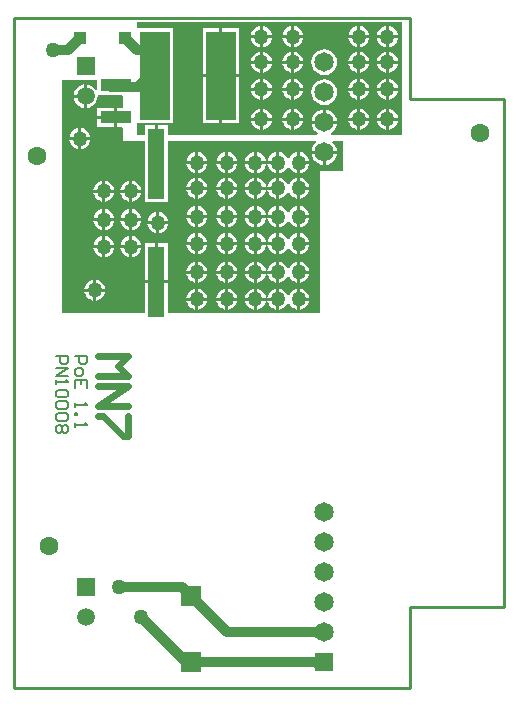
<source format=gtl>
%FSLAX44Y44*%
%MOMM*%
G71*
G01*
G75*
G04 Layer_Physical_Order=1*
G04 Layer_Color=255*
%ADD10C,0.8500*%
%ADD11R,1.0000X1.0000*%
%ADD12C,1.6000*%
%ADD13R,1.4000X6.0000*%
%ADD14R,2.6000X1.1000*%
%ADD15R,2.5000X7.5000*%
%ADD16R,1.8000X1.7000*%
%ADD17C,0.6000*%
%ADD18C,0.2000*%
%ADD19C,0.2540*%
%ADD20C,1.6500*%
%ADD21R,1.6500X1.6500*%
%ADD22C,1.5000*%
%ADD23R,1.5000X1.5000*%
%ADD24C,1.2700*%
G36*
X328931Y469021D02*
X328034Y468122D01*
X268846D01*
X268332Y469365D01*
X270585Y471095D01*
X272315Y473349D01*
X273402Y475973D01*
X273606Y477520D01*
X252174D01*
X252378Y475973D01*
X253465Y473349D01*
X255194Y471095D01*
X257448Y469365D01*
X256934Y468122D01*
X130190D01*
Y476240D01*
X121920D01*
Y443700D01*
X119380D01*
Y476240D01*
X111110D01*
Y468122D01*
X104140D01*
Y478120D01*
X104340D01*
Y478120D01*
X134420D01*
Y558200D01*
X104340D01*
D01*
X104340D01*
X104140Y558400D01*
Y563626D01*
X328678D01*
X328931Y469021D01*
D02*
G37*
G36*
X70820Y505973D02*
X69574Y505725D01*
X69480Y505953D01*
X67871Y508051D01*
X65773Y509660D01*
X63331Y510672D01*
X61980Y510849D01*
Y500890D01*
Y490931D01*
X63331Y491108D01*
X65773Y492120D01*
X67871Y493729D01*
X69480Y495827D01*
X70492Y498269D01*
X70837Y500890D01*
X70812Y501075D01*
X71650Y502030D01*
X81953D01*
X82550Y501951D01*
X91499D01*
X92395Y501051D01*
X92346Y491110D01*
X87630D01*
Y483070D01*
Y475030D01*
X91367D01*
X92263Y474130D01*
X92208Y463042D01*
X111110D01*
Y411160D01*
X130190D01*
Y463042D01*
X255769D01*
X256177Y461839D01*
X255194Y461086D01*
X253465Y458831D01*
X252378Y456207D01*
X252174Y454660D01*
X273606D01*
X273402Y456207D01*
X272315Y458831D01*
X270585Y461086D01*
X269603Y461839D01*
X270011Y463042D01*
X278638D01*
Y437388D01*
X258826D01*
Y317500D01*
X130190D01*
Y342430D01*
X111110D01*
Y317500D01*
X41148D01*
Y514858D01*
X70820D01*
Y505973D01*
D02*
G37*
%LPC*%
G36*
X163739Y397510D02*
X156210D01*
Y389981D01*
X157261Y390119D01*
X159423Y391015D01*
X161280Y392440D01*
X162705Y394297D01*
X163601Y396459D01*
X163739Y397510D01*
D02*
G37*
G36*
X179070D02*
X171541D01*
X171679Y396459D01*
X172575Y394297D01*
X174000Y392440D01*
X175857Y391015D01*
X178019Y390119D01*
X179070Y389981D01*
Y397510D01*
D02*
G37*
G36*
X97790Y394970D02*
X90260D01*
X90399Y393919D01*
X91295Y391757D01*
X92720Y389900D01*
X94577Y388475D01*
X96739Y387579D01*
X97790Y387440D01*
Y394970D01*
D02*
G37*
G36*
X107859D02*
X100330D01*
Y387440D01*
X101381Y387579D01*
X103543Y388475D01*
X105400Y389900D01*
X106825Y391757D01*
X107721Y393919D01*
X107859Y394970D01*
D02*
G37*
G36*
X153670Y397510D02*
X146140D01*
X146279Y396459D01*
X147175Y394297D01*
X148600Y392440D01*
X150457Y391015D01*
X152619Y390119D01*
X153670Y389981D01*
Y397510D01*
D02*
G37*
G36*
X189139D02*
X181610D01*
Y389981D01*
X182661Y390119D01*
X184823Y391015D01*
X186680Y392440D01*
X188105Y394297D01*
X189001Y396459D01*
X189139Y397510D01*
D02*
G37*
G36*
X250100D02*
X242570D01*
Y389981D01*
X243621Y390119D01*
X245783Y391015D01*
X247640Y392440D01*
X249065Y394297D01*
X249961Y396459D01*
X250100Y397510D01*
D02*
G37*
G36*
X120650Y402500D02*
X119599Y402361D01*
X117437Y401465D01*
X115580Y400040D01*
X114155Y398183D01*
X113259Y396021D01*
X113120Y394970D01*
X120650D01*
Y402500D01*
D02*
G37*
G36*
X123190D02*
Y394970D01*
X130719D01*
X130581Y396021D01*
X129685Y398183D01*
X128260Y400040D01*
X126403Y401465D01*
X124241Y402361D01*
X123190Y402500D01*
D02*
G37*
G36*
X203200Y397510D02*
X195671D01*
X195809Y396459D01*
X196705Y394297D01*
X198130Y392440D01*
X199987Y391015D01*
X202149Y390119D01*
X203200Y389981D01*
Y397510D01*
D02*
G37*
G36*
X213270D02*
X205740D01*
Y389981D01*
X206791Y390119D01*
X208953Y391015D01*
X210810Y392440D01*
X212235Y394297D01*
X213131Y396459D01*
X213270Y397510D01*
D02*
G37*
G36*
X222250D02*
X214720D01*
X214859Y396459D01*
X215755Y394297D01*
X217180Y392440D01*
X219037Y391015D01*
X221199Y390119D01*
X222250Y389981D01*
Y397510D01*
D02*
G37*
G36*
X85000Y394970D02*
X77470D01*
Y387440D01*
X78521Y387579D01*
X80683Y388475D01*
X82540Y389900D01*
X83965Y391757D01*
X84861Y393919D01*
X85000Y394970D01*
D02*
G37*
G36*
X179070Y384720D02*
X178019Y384581D01*
X175857Y383685D01*
X174000Y382260D01*
X172575Y380403D01*
X171679Y378241D01*
X171541Y377190D01*
X179070D01*
Y384720D01*
D02*
G37*
G36*
X181610D02*
Y377190D01*
X189139D01*
X189001Y378241D01*
X188105Y380403D01*
X186680Y382260D01*
X184823Y383685D01*
X182661Y384581D01*
X181610Y384720D01*
D02*
G37*
G36*
X203200D02*
X202149Y384581D01*
X199987Y383685D01*
X198130Y382260D01*
X196705Y380403D01*
X195809Y378241D01*
X195671Y377190D01*
X203200D01*
Y384720D01*
D02*
G37*
G36*
X100330Y382179D02*
Y374650D01*
X107859D01*
X107721Y375701D01*
X106825Y377863D01*
X105400Y379720D01*
X103543Y381145D01*
X101381Y382041D01*
X100330Y382179D01*
D02*
G37*
G36*
X153670Y384720D02*
X152619Y384581D01*
X150457Y383685D01*
X148600Y382260D01*
X147175Y380403D01*
X146279Y378241D01*
X146140Y377190D01*
X153670D01*
Y384720D01*
D02*
G37*
G36*
X156210D02*
Y377190D01*
X163739D01*
X163601Y378241D01*
X162705Y380403D01*
X161280Y382260D01*
X159423Y383685D01*
X157261Y384581D01*
X156210Y384720D01*
D02*
G37*
G36*
X205740D02*
Y377190D01*
X213270D01*
X213131Y378241D01*
X212235Y380403D01*
X210810Y382260D01*
X208953Y383685D01*
X206791Y384581D01*
X205740Y384720D01*
D02*
G37*
G36*
X120650Y392430D02*
X113120D01*
X113259Y391379D01*
X114155Y389217D01*
X115580Y387360D01*
X117437Y385935D01*
X119599Y385039D01*
X120650Y384901D01*
Y392430D01*
D02*
G37*
G36*
X130719D02*
X123190D01*
Y384901D01*
X124241Y385039D01*
X126403Y385935D01*
X128260Y387360D01*
X129685Y389217D01*
X130581Y391379D01*
X130719Y392430D01*
D02*
G37*
G36*
X74930Y394970D02*
X67400D01*
X67539Y393919D01*
X68435Y391757D01*
X69860Y389900D01*
X71717Y388475D01*
X73879Y387579D01*
X74930Y387440D01*
Y394970D01*
D02*
G37*
G36*
X222250Y384720D02*
X221199Y384581D01*
X219037Y383685D01*
X217180Y382260D01*
X215755Y380403D01*
X214859Y378241D01*
X214720Y377190D01*
X222250D01*
Y384720D01*
D02*
G37*
G36*
X242570D02*
Y377190D01*
X250100D01*
X249961Y378241D01*
X249065Y380403D01*
X247640Y382260D01*
X245783Y383685D01*
X243621Y384581D01*
X242570Y384720D01*
D02*
G37*
G36*
X240030D02*
X238979Y384581D01*
X236817Y383685D01*
X234960Y382260D01*
X233535Y380403D01*
X233045Y379221D01*
X231775D01*
X231285Y380403D01*
X229860Y382260D01*
X228003Y383685D01*
X225841Y384581D01*
X224790Y384720D01*
Y375920D01*
Y367121D01*
X225841Y367259D01*
X228003Y368155D01*
X229860Y369580D01*
X231285Y371437D01*
X231775Y372619D01*
X233045D01*
X233535Y371437D01*
X234960Y369580D01*
X236817Y368155D01*
X238979Y367259D01*
X240030Y367121D01*
Y375920D01*
Y384720D01*
D02*
G37*
G36*
X163739Y421640D02*
X156210D01*
Y414110D01*
X157261Y414249D01*
X159423Y415145D01*
X161280Y416570D01*
X162705Y418427D01*
X163601Y420589D01*
X163739Y421640D01*
D02*
G37*
G36*
X179070D02*
X171541D01*
X171679Y420589D01*
X172575Y418427D01*
X174000Y416570D01*
X175857Y415145D01*
X178019Y414249D01*
X179070Y414110D01*
Y421640D01*
D02*
G37*
G36*
X189139D02*
X181610D01*
Y414110D01*
X182661Y414249D01*
X184823Y415145D01*
X186680Y416570D01*
X188105Y418427D01*
X189001Y420589D01*
X189139Y421640D01*
D02*
G37*
G36*
X153670D02*
X146140D01*
X146279Y420589D01*
X147175Y418427D01*
X148600Y416570D01*
X150457Y415145D01*
X152619Y414249D01*
X153670Y414110D01*
Y421640D01*
D02*
G37*
G36*
X85000Y419100D02*
X77470D01*
Y411571D01*
X78521Y411709D01*
X80683Y412605D01*
X82540Y414030D01*
X83965Y415887D01*
X84861Y418049D01*
X85000Y419100D01*
D02*
G37*
G36*
X97790D02*
X90260D01*
X90399Y418049D01*
X91295Y415887D01*
X92720Y414030D01*
X94577Y412605D01*
X96739Y411709D01*
X97790Y411571D01*
Y419100D01*
D02*
G37*
G36*
X107859D02*
X100330D01*
Y411571D01*
X101381Y411709D01*
X103543Y412605D01*
X105400Y414030D01*
X106825Y415887D01*
X107721Y418049D01*
X107859Y419100D01*
D02*
G37*
G36*
X74930Y429170D02*
X73879Y429031D01*
X71717Y428135D01*
X69860Y426710D01*
X68435Y424853D01*
X67539Y422691D01*
X67400Y421640D01*
X74930D01*
Y429170D01*
D02*
G37*
G36*
X77470D02*
Y421640D01*
X85000D01*
X84861Y422691D01*
X83965Y424853D01*
X82540Y426710D01*
X80683Y428135D01*
X78521Y429031D01*
X77470Y429170D01*
D02*
G37*
G36*
X97790D02*
X96739Y429031D01*
X94577Y428135D01*
X92720Y426710D01*
X91295Y424853D01*
X90399Y422691D01*
X90260Y421640D01*
X97790D01*
Y429170D01*
D02*
G37*
G36*
X250100Y421640D02*
X242570D01*
Y414110D01*
X243621Y414249D01*
X245783Y415145D01*
X247640Y416570D01*
X249065Y418427D01*
X249961Y420589D01*
X250100Y421640D01*
D02*
G37*
G36*
X203200D02*
X195671D01*
X195809Y420589D01*
X196705Y418427D01*
X198130Y416570D01*
X199987Y415145D01*
X202149Y414249D01*
X203200Y414110D01*
Y421640D01*
D02*
G37*
G36*
X213270D02*
X205740D01*
Y414110D01*
X206791Y414249D01*
X208953Y415145D01*
X210810Y416570D01*
X212235Y418427D01*
X213131Y420589D01*
X213270Y421640D01*
D02*
G37*
G36*
X222250D02*
X214720D01*
X214859Y420589D01*
X215755Y418427D01*
X217180Y416570D01*
X219037Y415145D01*
X221199Y414249D01*
X222250Y414110D01*
Y421640D01*
D02*
G37*
G36*
X153670Y407579D02*
X152619Y407441D01*
X150457Y406545D01*
X148600Y405120D01*
X147175Y403263D01*
X146279Y401101D01*
X146140Y400050D01*
X153670D01*
Y407579D01*
D02*
G37*
G36*
X156210D02*
Y400050D01*
X163739D01*
X163601Y401101D01*
X162705Y403263D01*
X161280Y405120D01*
X159423Y406545D01*
X157261Y407441D01*
X156210Y407579D01*
D02*
G37*
G36*
X179070D02*
X178019Y407441D01*
X175857Y406545D01*
X174000Y405120D01*
X172575Y403263D01*
X171679Y401101D01*
X171541Y400050D01*
X179070D01*
Y407579D01*
D02*
G37*
G36*
X100330Y405039D02*
Y397510D01*
X107859D01*
X107721Y398561D01*
X106825Y400723D01*
X105400Y402580D01*
X103543Y404005D01*
X101381Y404901D01*
X100330Y405039D01*
D02*
G37*
G36*
X74930D02*
X73879Y404901D01*
X71717Y404005D01*
X69860Y402580D01*
X68435Y400723D01*
X67539Y398561D01*
X67400Y397510D01*
X74930D01*
Y405039D01*
D02*
G37*
G36*
X77470D02*
Y397510D01*
X85000D01*
X84861Y398561D01*
X83965Y400723D01*
X82540Y402580D01*
X80683Y404005D01*
X78521Y404901D01*
X77470Y405039D01*
D02*
G37*
G36*
X97790D02*
X96739Y404901D01*
X94577Y404005D01*
X92720Y402580D01*
X91295Y400723D01*
X90399Y398561D01*
X90260Y397510D01*
X97790D01*
Y405039D01*
D02*
G37*
G36*
X242570Y407579D02*
Y400050D01*
X250100D01*
X249961Y401101D01*
X249065Y403263D01*
X247640Y405120D01*
X245783Y406545D01*
X243621Y407441D01*
X242570Y407579D01*
D02*
G37*
G36*
X240030D02*
X238979Y407441D01*
X236817Y406545D01*
X234960Y405120D01*
X233535Y403263D01*
X233045Y402081D01*
X231775D01*
X231285Y403263D01*
X229860Y405120D01*
X228003Y406545D01*
X225841Y407441D01*
X224790Y407579D01*
Y398780D01*
Y389981D01*
X225841Y390119D01*
X228003Y391015D01*
X229860Y392440D01*
X231285Y394297D01*
X231775Y395479D01*
X233045D01*
X233535Y394297D01*
X234960Y392440D01*
X236817Y391015D01*
X238979Y390119D01*
X240030Y389981D01*
Y398780D01*
Y407579D01*
D02*
G37*
G36*
X74930Y419100D02*
X67400D01*
X67539Y418049D01*
X68435Y415887D01*
X69860Y414030D01*
X71717Y412605D01*
X73879Y411709D01*
X74930Y411571D01*
Y419100D01*
D02*
G37*
G36*
X222250Y407579D02*
X221199Y407441D01*
X219037Y406545D01*
X217180Y405120D01*
X215755Y403263D01*
X214859Y401101D01*
X214720Y400050D01*
X222250D01*
Y407579D01*
D02*
G37*
G36*
X181610D02*
Y400050D01*
X189139D01*
X189001Y401101D01*
X188105Y403263D01*
X186680Y405120D01*
X184823Y406545D01*
X182661Y407441D01*
X181610Y407579D01*
D02*
G37*
G36*
X203200D02*
X202149Y407441D01*
X199987Y406545D01*
X198130Y405120D01*
X196705Y403263D01*
X195809Y401101D01*
X195671Y400050D01*
X203200D01*
Y407579D01*
D02*
G37*
G36*
X205740D02*
Y400050D01*
X213270D01*
X213131Y401101D01*
X212235Y403263D01*
X210810Y405120D01*
X208953Y406545D01*
X206791Y407441D01*
X205740Y407579D01*
D02*
G37*
G36*
X242570Y337729D02*
Y330200D01*
X250100D01*
X249961Y331251D01*
X249065Y333413D01*
X247640Y335270D01*
X245783Y336695D01*
X243621Y337591D01*
X242570Y337729D01*
D02*
G37*
G36*
X240030D02*
X238979Y337591D01*
X236817Y336695D01*
X234960Y335270D01*
X233535Y333413D01*
X233045Y332231D01*
X231775D01*
X231285Y333413D01*
X229860Y335270D01*
X228003Y336695D01*
X225841Y337591D01*
X224790Y337729D01*
Y328930D01*
Y320131D01*
X225841Y320269D01*
X228003Y321165D01*
X229860Y322590D01*
X231285Y324447D01*
X231775Y325629D01*
X233045D01*
X233535Y324447D01*
X234960Y322590D01*
X236817Y321165D01*
X238979Y320269D01*
X240030Y320131D01*
Y328930D01*
Y337729D01*
D02*
G37*
G36*
X67310Y345350D02*
X66259Y345211D01*
X64097Y344315D01*
X62240Y342890D01*
X60815Y341033D01*
X59919Y338871D01*
X59781Y337820D01*
X67310D01*
Y345350D01*
D02*
G37*
G36*
X203200Y337729D02*
X202149Y337591D01*
X199987Y336695D01*
X198130Y335270D01*
X196705Y333413D01*
X195809Y331251D01*
X195671Y330200D01*
X203200D01*
Y337729D01*
D02*
G37*
G36*
X205740D02*
Y330200D01*
X213270D01*
X213131Y331251D01*
X212235Y333413D01*
X210810Y335270D01*
X208953Y336695D01*
X206791Y337591D01*
X205740Y337729D01*
D02*
G37*
G36*
X222250D02*
X221199Y337591D01*
X219037Y336695D01*
X217180Y335270D01*
X215755Y333413D01*
X214859Y331251D01*
X214720Y330200D01*
X222250D01*
Y337729D01*
D02*
G37*
G36*
X69850Y345350D02*
Y337820D01*
X77379D01*
X77241Y338871D01*
X76345Y341033D01*
X74920Y342890D01*
X73063Y344315D01*
X70901Y345211D01*
X69850Y345350D01*
D02*
G37*
G36*
X189139Y350520D02*
X181610D01*
Y342990D01*
X182661Y343129D01*
X184823Y344025D01*
X186680Y345450D01*
X188105Y347307D01*
X189001Y349469D01*
X189139Y350520D01*
D02*
G37*
G36*
X203200D02*
X195671D01*
X195809Y349469D01*
X196705Y347307D01*
X198130Y345450D01*
X199987Y344025D01*
X202149Y343129D01*
X203200Y342990D01*
Y350520D01*
D02*
G37*
G36*
X213270D02*
X205740D01*
Y342990D01*
X206791Y343129D01*
X208953Y344025D01*
X210810Y345450D01*
X212235Y347307D01*
X213131Y349469D01*
X213270Y350520D01*
D02*
G37*
G36*
X153670D02*
X146140D01*
X146279Y349469D01*
X147175Y347307D01*
X148600Y345450D01*
X150457Y344025D01*
X152619Y343129D01*
X153670Y342990D01*
Y350520D01*
D02*
G37*
G36*
X163739D02*
X156210D01*
Y342990D01*
X157261Y343129D01*
X159423Y344025D01*
X161280Y345450D01*
X162705Y347307D01*
X163601Y349469D01*
X163739Y350520D01*
D02*
G37*
G36*
X179070D02*
X171541D01*
X171679Y349469D01*
X172575Y347307D01*
X174000Y345450D01*
X175857Y344025D01*
X178019Y343129D01*
X179070Y342990D01*
Y350520D01*
D02*
G37*
G36*
X181610Y337729D02*
Y330200D01*
X189139D01*
X189001Y331251D01*
X188105Y333413D01*
X186680Y335270D01*
X184823Y336695D01*
X182661Y337591D01*
X181610Y337729D01*
D02*
G37*
G36*
X189139Y327660D02*
X181610D01*
Y320131D01*
X182661Y320269D01*
X184823Y321165D01*
X186680Y322590D01*
X188105Y324447D01*
X189001Y326609D01*
X189139Y327660D01*
D02*
G37*
G36*
X203200D02*
X195671D01*
X195809Y326609D01*
X196705Y324447D01*
X198130Y322590D01*
X199987Y321165D01*
X202149Y320269D01*
X203200Y320131D01*
Y327660D01*
D02*
G37*
G36*
X213270D02*
X205740D01*
Y320131D01*
X206791Y320269D01*
X208953Y321165D01*
X210810Y322590D01*
X212235Y324447D01*
X213131Y326609D01*
X213270Y327660D01*
D02*
G37*
G36*
X153670D02*
X146140D01*
X146279Y326609D01*
X147175Y324447D01*
X148600Y322590D01*
X150457Y321165D01*
X152619Y320269D01*
X153670Y320131D01*
Y327660D01*
D02*
G37*
G36*
X163739D02*
X156210D01*
Y320131D01*
X157261Y320269D01*
X159423Y321165D01*
X161280Y322590D01*
X162705Y324447D01*
X163601Y326609D01*
X163739Y327660D01*
D02*
G37*
G36*
X179070D02*
X171541D01*
X171679Y326609D01*
X172575Y324447D01*
X174000Y322590D01*
X175857Y321165D01*
X178019Y320269D01*
X179070Y320131D01*
Y327660D01*
D02*
G37*
G36*
X222250D02*
X214720D01*
X214859Y326609D01*
X215755Y324447D01*
X217180Y322590D01*
X219037Y321165D01*
X221199Y320269D01*
X222250Y320131D01*
Y327660D01*
D02*
G37*
G36*
X153670Y337729D02*
X152619Y337591D01*
X150457Y336695D01*
X148600Y335270D01*
X147175Y333413D01*
X146279Y331251D01*
X146140Y330200D01*
X153670D01*
Y337729D01*
D02*
G37*
G36*
X156210D02*
Y330200D01*
X163739D01*
X163601Y331251D01*
X162705Y333413D01*
X161280Y335270D01*
X159423Y336695D01*
X157261Y337591D01*
X156210Y337729D01*
D02*
G37*
G36*
X179070D02*
X178019Y337591D01*
X175857Y336695D01*
X174000Y335270D01*
X172575Y333413D01*
X171679Y331251D01*
X171541Y330200D01*
X179070D01*
Y337729D01*
D02*
G37*
G36*
X250100Y327660D02*
X242570D01*
Y320131D01*
X243621Y320269D01*
X245783Y321165D01*
X247640Y322590D01*
X249065Y324447D01*
X249961Y326609D01*
X250100Y327660D01*
D02*
G37*
G36*
X67310Y335280D02*
X59781D01*
X59919Y334229D01*
X60815Y332067D01*
X62240Y330210D01*
X64097Y328785D01*
X66259Y327889D01*
X67310Y327751D01*
Y335280D01*
D02*
G37*
G36*
X77379D02*
X69850D01*
Y327751D01*
X70901Y327889D01*
X73063Y328785D01*
X74920Y330210D01*
X76345Y332067D01*
X77241Y334229D01*
X77379Y335280D01*
D02*
G37*
G36*
X222250Y350520D02*
X214720D01*
X214859Y349469D01*
X215755Y347307D01*
X217180Y345450D01*
X219037Y344025D01*
X221199Y343129D01*
X222250Y342990D01*
Y350520D01*
D02*
G37*
G36*
X163739Y374650D02*
X156210D01*
Y367121D01*
X157261Y367259D01*
X159423Y368155D01*
X161280Y369580D01*
X162705Y371437D01*
X163601Y373599D01*
X163739Y374650D01*
D02*
G37*
G36*
X179070D02*
X171541D01*
X171679Y373599D01*
X172575Y371437D01*
X174000Y369580D01*
X175857Y368155D01*
X178019Y367259D01*
X179070Y367121D01*
Y374650D01*
D02*
G37*
G36*
X189139D02*
X181610D01*
Y367121D01*
X182661Y367259D01*
X184823Y368155D01*
X186680Y369580D01*
X188105Y371437D01*
X189001Y373599D01*
X189139Y374650D01*
D02*
G37*
G36*
X97790Y372110D02*
X90260D01*
X90399Y371059D01*
X91295Y368897D01*
X92720Y367040D01*
X94577Y365615D01*
X96739Y364719D01*
X97790Y364580D01*
Y372110D01*
D02*
G37*
G36*
X107859D02*
X100330D01*
Y364580D01*
X101381Y364719D01*
X103543Y365615D01*
X105400Y367040D01*
X106825Y368897D01*
X107721Y371059D01*
X107859Y372110D01*
D02*
G37*
G36*
X153670Y374650D02*
X146140D01*
X146279Y373599D01*
X147175Y371437D01*
X148600Y369580D01*
X150457Y368155D01*
X152619Y367259D01*
X153670Y367121D01*
Y374650D01*
D02*
G37*
G36*
X203200D02*
X195671D01*
X195809Y373599D01*
X196705Y371437D01*
X198130Y369580D01*
X199987Y368155D01*
X202149Y367259D01*
X203200Y367121D01*
Y374650D01*
D02*
G37*
G36*
X74930Y382179D02*
X73879Y382041D01*
X71717Y381145D01*
X69860Y379720D01*
X68435Y377863D01*
X67539Y375701D01*
X67400Y374650D01*
X74930D01*
Y382179D01*
D02*
G37*
G36*
X77470D02*
Y374650D01*
X85000D01*
X84861Y375701D01*
X83965Y377863D01*
X82540Y379720D01*
X80683Y381145D01*
X78521Y382041D01*
X77470Y382179D01*
D02*
G37*
G36*
X97790D02*
X96739Y382041D01*
X94577Y381145D01*
X92720Y379720D01*
X91295Y377863D01*
X90399Y375701D01*
X90260Y374650D01*
X97790D01*
Y382179D01*
D02*
G37*
G36*
X213270Y374650D02*
X205740D01*
Y367121D01*
X206791Y367259D01*
X208953Y368155D01*
X210810Y369580D01*
X212235Y371437D01*
X213131Y373599D01*
X213270Y374650D01*
D02*
G37*
G36*
X222250D02*
X214720D01*
X214859Y373599D01*
X215755Y371437D01*
X217180Y369580D01*
X219037Y368155D01*
X221199Y367259D01*
X222250Y367121D01*
Y374650D01*
D02*
G37*
G36*
X250100D02*
X242570D01*
Y367121D01*
X243621Y367259D01*
X245783Y368155D01*
X247640Y369580D01*
X249065Y371437D01*
X249961Y373599D01*
X250100Y374650D01*
D02*
G37*
G36*
X85000Y372110D02*
X77470D01*
Y364580D01*
X78521Y364719D01*
X80683Y365615D01*
X82540Y367040D01*
X83965Y368897D01*
X84861Y371059D01*
X85000Y372110D01*
D02*
G37*
G36*
X153670Y360589D02*
X152619Y360451D01*
X150457Y359555D01*
X148600Y358130D01*
X147175Y356273D01*
X146279Y354111D01*
X146140Y353060D01*
X153670D01*
Y360589D01*
D02*
G37*
G36*
X156210D02*
Y353060D01*
X163739D01*
X163601Y354111D01*
X162705Y356273D01*
X161280Y358130D01*
X159423Y359555D01*
X157261Y360451D01*
X156210Y360589D01*
D02*
G37*
G36*
X179070D02*
X178019Y360451D01*
X175857Y359555D01*
X174000Y358130D01*
X172575Y356273D01*
X171679Y354111D01*
X171541Y353060D01*
X179070D01*
Y360589D01*
D02*
G37*
G36*
X250100Y350520D02*
X242570D01*
Y342990D01*
X243621Y343129D01*
X245783Y344025D01*
X247640Y345450D01*
X249065Y347307D01*
X249961Y349469D01*
X250100Y350520D01*
D02*
G37*
G36*
X119380Y376240D02*
X111110D01*
Y344970D01*
X119380D01*
Y376240D01*
D02*
G37*
G36*
X130190D02*
X121920D01*
Y344970D01*
X130190D01*
Y376240D01*
D02*
G37*
G36*
X181610Y360589D02*
Y353060D01*
X189139D01*
X189001Y354111D01*
X188105Y356273D01*
X186680Y358130D01*
X184823Y359555D01*
X182661Y360451D01*
X181610Y360589D01*
D02*
G37*
G36*
X242570D02*
Y353060D01*
X250100D01*
X249961Y354111D01*
X249065Y356273D01*
X247640Y358130D01*
X245783Y359555D01*
X243621Y360451D01*
X242570Y360589D01*
D02*
G37*
G36*
X240030D02*
X238979Y360451D01*
X236817Y359555D01*
X234960Y358130D01*
X233535Y356273D01*
X233045Y355091D01*
X231775D01*
X231285Y356273D01*
X229860Y358130D01*
X228003Y359555D01*
X225841Y360451D01*
X224790Y360589D01*
Y351790D01*
Y342990D01*
X225841Y343129D01*
X228003Y344025D01*
X229860Y345450D01*
X231285Y347307D01*
X231775Y348489D01*
X233045D01*
X233535Y347307D01*
X234960Y345450D01*
X236817Y344025D01*
X238979Y343129D01*
X240030Y342990D01*
Y351790D01*
Y360589D01*
D02*
G37*
G36*
X74930Y372110D02*
X67400D01*
X67539Y371059D01*
X68435Y368897D01*
X69860Y367040D01*
X71717Y365615D01*
X73879Y364719D01*
X74930Y364580D01*
Y372110D01*
D02*
G37*
G36*
X203200Y360589D02*
X202149Y360451D01*
X199987Y359555D01*
X198130Y358130D01*
X196705Y356273D01*
X195809Y354111D01*
X195671Y353060D01*
X203200D01*
Y360589D01*
D02*
G37*
G36*
X205740D02*
Y353060D01*
X213270D01*
X213131Y354111D01*
X212235Y356273D01*
X210810Y358130D01*
X208953Y359555D01*
X206791Y360451D01*
X205740Y360589D01*
D02*
G37*
G36*
X222250D02*
X221199Y360451D01*
X219037Y359555D01*
X217180Y358130D01*
X215755Y356273D01*
X214859Y354111D01*
X214720Y353060D01*
X222250D01*
Y360589D01*
D02*
G37*
G36*
X314960Y515530D02*
X313909Y515391D01*
X311747Y514495D01*
X309890Y513070D01*
X308465Y511213D01*
X307569Y509051D01*
X307430Y508000D01*
X314960D01*
Y515530D01*
D02*
G37*
G36*
X317500D02*
Y508000D01*
X325029D01*
X324891Y509051D01*
X323995Y511213D01*
X322570Y513070D01*
X320713Y514495D01*
X318551Y515391D01*
X317500Y515530D01*
D02*
G37*
G36*
X262890Y540473D02*
X260073Y540102D01*
X257449Y539015D01*
X255194Y537285D01*
X253465Y535032D01*
X252378Y532407D01*
X252007Y529590D01*
X252378Y526773D01*
X253465Y524148D01*
X255194Y521894D01*
X257449Y520165D01*
X260073Y519078D01*
X262890Y518707D01*
X265707Y519078D01*
X268332Y520165D01*
X270585Y521894D01*
X272315Y524148D01*
X273402Y526773D01*
X273773Y529590D01*
X273402Y532407D01*
X272315Y535032D01*
X270585Y537285D01*
X268332Y539015D01*
X265707Y540102D01*
X262890Y540473D01*
D02*
G37*
G36*
X237490Y515530D02*
Y508000D01*
X245019D01*
X244881Y509051D01*
X243985Y511213D01*
X242560Y513070D01*
X240703Y514495D01*
X238541Y515391D01*
X237490Y515530D01*
D02*
G37*
G36*
X290830D02*
X289779Y515391D01*
X287617Y514495D01*
X285760Y513070D01*
X284335Y511213D01*
X283439Y509051D01*
X283300Y508000D01*
X290830D01*
Y515530D01*
D02*
G37*
G36*
X293370D02*
Y508000D01*
X300900D01*
X300761Y509051D01*
X299865Y511213D01*
X298440Y513070D01*
X296583Y514495D01*
X294421Y515391D01*
X293370Y515530D01*
D02*
G37*
G36*
X173990Y558200D02*
X160220D01*
Y519430D01*
X173990D01*
Y558200D01*
D02*
G37*
G36*
X234950Y528320D02*
X227421D01*
X227559Y527269D01*
X228455Y525107D01*
X229880Y523250D01*
X231737Y521825D01*
X233899Y520929D01*
X234950Y520790D01*
Y528320D01*
D02*
G37*
G36*
X245019D02*
X237490D01*
Y520790D01*
X238541Y520929D01*
X240703Y521825D01*
X242560Y523250D01*
X243985Y525107D01*
X244881Y527269D01*
X245019Y528320D01*
D02*
G37*
G36*
X290830D02*
X283300D01*
X283439Y527269D01*
X284335Y525107D01*
X285760Y523250D01*
X287617Y521825D01*
X289779Y520929D01*
X290830Y520790D01*
Y528320D01*
D02*
G37*
G36*
X190300Y558200D02*
X176530D01*
Y519430D01*
X190300D01*
Y558200D01*
D02*
G37*
G36*
X208280Y528320D02*
X200751D01*
X200889Y527269D01*
X201785Y525107D01*
X203210Y523250D01*
X205067Y521825D01*
X207229Y520929D01*
X208280Y520790D01*
Y528320D01*
D02*
G37*
G36*
X218349D02*
X210820D01*
Y520790D01*
X211871Y520929D01*
X214033Y521825D01*
X215890Y523250D01*
X217315Y525107D01*
X218211Y527269D01*
X218349Y528320D01*
D02*
G37*
G36*
X234950Y515530D02*
X233899Y515391D01*
X231737Y514495D01*
X229880Y513070D01*
X228455Y511213D01*
X227559Y509051D01*
X227421Y508000D01*
X234950D01*
Y515530D01*
D02*
G37*
G36*
X218349Y505460D02*
X210820D01*
Y497930D01*
X211871Y498069D01*
X214033Y498965D01*
X215890Y500390D01*
X217315Y502247D01*
X218211Y504409D01*
X218349Y505460D01*
D02*
G37*
G36*
X234950D02*
X227421D01*
X227559Y504409D01*
X228455Y502247D01*
X229880Y500390D01*
X231737Y498965D01*
X233899Y498069D01*
X234950Y497930D01*
Y505460D01*
D02*
G37*
G36*
X245019D02*
X237490D01*
Y497930D01*
X238541Y498069D01*
X240703Y498965D01*
X242560Y500390D01*
X243985Y502247D01*
X244881Y504409D01*
X245019Y505460D01*
D02*
G37*
G36*
X59440Y499620D02*
X50751D01*
X50928Y498269D01*
X51940Y495827D01*
X53549Y493729D01*
X55647Y492120D01*
X58089Y491108D01*
X59440Y490931D01*
Y499620D01*
D02*
G37*
G36*
X262890Y515073D02*
X260073Y514702D01*
X257449Y513615D01*
X255194Y511885D01*
X253465Y509632D01*
X252378Y507007D01*
X252007Y504190D01*
X252378Y501373D01*
X253465Y498749D01*
X255194Y496494D01*
X257449Y494765D01*
X260073Y493678D01*
X262890Y493307D01*
X265707Y493678D01*
X268332Y494765D01*
X270585Y496494D01*
X272315Y498749D01*
X273402Y501373D01*
X273773Y504190D01*
X273402Y507007D01*
X272315Y509632D01*
X270585Y511885D01*
X268332Y513615D01*
X265707Y514702D01*
X262890Y515073D01*
D02*
G37*
G36*
X208280Y505460D02*
X200751D01*
X200889Y504409D01*
X201785Y502247D01*
X203210Y500390D01*
X205067Y498965D01*
X207229Y498069D01*
X208280Y497930D01*
Y505460D01*
D02*
G37*
G36*
X290830D02*
X283300D01*
X283439Y504409D01*
X284335Y502247D01*
X285760Y500390D01*
X287617Y498965D01*
X289779Y498069D01*
X290830Y497930D01*
Y505460D01*
D02*
G37*
G36*
X59440Y510849D02*
X58089Y510672D01*
X55647Y509660D01*
X53549Y508051D01*
X51940Y505953D01*
X50928Y503511D01*
X50751Y502160D01*
X59440D01*
Y510849D01*
D02*
G37*
G36*
X208280Y515530D02*
X207229Y515391D01*
X205067Y514495D01*
X203210Y513070D01*
X201785Y511213D01*
X200889Y509051D01*
X200751Y508000D01*
X208280D01*
Y515530D01*
D02*
G37*
G36*
X210820D02*
Y508000D01*
X218349D01*
X218211Y509051D01*
X217315Y511213D01*
X215890Y513070D01*
X214033Y514495D01*
X211871Y515391D01*
X210820Y515530D01*
D02*
G37*
G36*
X300900Y505460D02*
X293370D01*
Y497930D01*
X294421Y498069D01*
X296583Y498965D01*
X298440Y500390D01*
X299865Y502247D01*
X300761Y504409D01*
X300900Y505460D01*
D02*
G37*
G36*
X314960D02*
X307430D01*
X307569Y504409D01*
X308465Y502247D01*
X309890Y500390D01*
X311747Y498965D01*
X313909Y498069D01*
X314960Y497930D01*
Y505460D01*
D02*
G37*
G36*
X325029D02*
X317500D01*
Y497930D01*
X318551Y498069D01*
X320713Y498965D01*
X322570Y500390D01*
X323995Y502247D01*
X324891Y504409D01*
X325029Y505460D01*
D02*
G37*
G36*
X314960Y549910D02*
X307430D01*
X307569Y548859D01*
X308465Y546697D01*
X309890Y544840D01*
X311747Y543415D01*
X313909Y542519D01*
X314960Y542380D01*
Y549910D01*
D02*
G37*
G36*
X325029D02*
X317500D01*
Y542380D01*
X318551Y542519D01*
X320713Y543415D01*
X322570Y544840D01*
X323995Y546697D01*
X324891Y548859D01*
X325029Y549910D01*
D02*
G37*
G36*
X208280Y559980D02*
X207229Y559841D01*
X205067Y558945D01*
X203210Y557520D01*
X201785Y555663D01*
X200889Y553501D01*
X200751Y552450D01*
X208280D01*
Y559980D01*
D02*
G37*
G36*
X245019Y549910D02*
X237490D01*
Y542380D01*
X238541Y542519D01*
X240703Y543415D01*
X242560Y544840D01*
X243985Y546697D01*
X244881Y548859D01*
X245019Y549910D01*
D02*
G37*
G36*
X290830D02*
X283300D01*
X283439Y548859D01*
X284335Y546697D01*
X285760Y544840D01*
X287617Y543415D01*
X289779Y542519D01*
X290830Y542380D01*
Y549910D01*
D02*
G37*
G36*
X300900D02*
X293370D01*
Y542380D01*
X294421Y542519D01*
X296583Y543415D01*
X298440Y544840D01*
X299865Y546697D01*
X300761Y548859D01*
X300900Y549910D01*
D02*
G37*
G36*
X210820Y559980D02*
Y552450D01*
X218349D01*
X218211Y553501D01*
X217315Y555663D01*
X215890Y557520D01*
X214033Y558945D01*
X211871Y559841D01*
X210820Y559980D01*
D02*
G37*
G36*
X293370D02*
Y552450D01*
X300900D01*
X300761Y553501D01*
X299865Y555663D01*
X298440Y557520D01*
X296583Y558945D01*
X294421Y559841D01*
X293370Y559980D01*
D02*
G37*
G36*
X314960D02*
X313909Y559841D01*
X311747Y558945D01*
X309890Y557520D01*
X308465Y555663D01*
X307569Y553501D01*
X307430Y552450D01*
X314960D01*
Y559980D01*
D02*
G37*
G36*
X317500D02*
Y552450D01*
X325029D01*
X324891Y553501D01*
X323995Y555663D01*
X322570Y557520D01*
X320713Y558945D01*
X318551Y559841D01*
X317500Y559980D01*
D02*
G37*
G36*
X234950D02*
X233899Y559841D01*
X231737Y558945D01*
X229880Y557520D01*
X228455Y555663D01*
X227559Y553501D01*
X227421Y552450D01*
X234950D01*
Y559980D01*
D02*
G37*
G36*
X237490D02*
Y552450D01*
X245019D01*
X244881Y553501D01*
X243985Y555663D01*
X242560Y557520D01*
X240703Y558945D01*
X238541Y559841D01*
X237490Y559980D01*
D02*
G37*
G36*
X290830D02*
X289779Y559841D01*
X287617Y558945D01*
X285760Y557520D01*
X284335Y555663D01*
X283439Y553501D01*
X283300Y552450D01*
X290830D01*
Y559980D01*
D02*
G37*
G36*
X234950Y549910D02*
X227421D01*
X227559Y548859D01*
X228455Y546697D01*
X229880Y544840D01*
X231737Y543415D01*
X233899Y542519D01*
X234950Y542380D01*
Y549910D01*
D02*
G37*
G36*
X208280Y538390D02*
X207229Y538251D01*
X205067Y537355D01*
X203210Y535930D01*
X201785Y534073D01*
X200889Y531911D01*
X200751Y530860D01*
X208280D01*
Y538390D01*
D02*
G37*
G36*
X210820D02*
Y530860D01*
X218349D01*
X218211Y531911D01*
X217315Y534073D01*
X215890Y535930D01*
X214033Y537355D01*
X211871Y538251D01*
X210820Y538390D01*
D02*
G37*
G36*
X234950D02*
X233899Y538251D01*
X231737Y537355D01*
X229880Y535930D01*
X228455Y534073D01*
X227559Y531911D01*
X227421Y530860D01*
X234950D01*
Y538390D01*
D02*
G37*
G36*
X300900Y528320D02*
X293370D01*
Y520790D01*
X294421Y520929D01*
X296583Y521825D01*
X298440Y523250D01*
X299865Y525107D01*
X300761Y527269D01*
X300900Y528320D01*
D02*
G37*
G36*
X314960D02*
X307430D01*
X307569Y527269D01*
X308465Y525107D01*
X309890Y523250D01*
X311747Y521825D01*
X313909Y520929D01*
X314960Y520790D01*
Y528320D01*
D02*
G37*
G36*
X325029D02*
X317500D01*
Y520790D01*
X318551Y520929D01*
X320713Y521825D01*
X322570Y523250D01*
X323995Y525107D01*
X324891Y527269D01*
X325029Y528320D01*
D02*
G37*
G36*
X237490Y538390D02*
Y530860D01*
X245019D01*
X244881Y531911D01*
X243985Y534073D01*
X242560Y535930D01*
X240703Y537355D01*
X238541Y538251D01*
X237490Y538390D01*
D02*
G37*
G36*
X317500D02*
Y530860D01*
X325029D01*
X324891Y531911D01*
X323995Y534073D01*
X322570Y535930D01*
X320713Y537355D01*
X318551Y538251D01*
X317500Y538390D01*
D02*
G37*
G36*
X208280Y549910D02*
X200751D01*
X200889Y548859D01*
X201785Y546697D01*
X203210Y544840D01*
X205067Y543415D01*
X207229Y542519D01*
X208280Y542380D01*
Y549910D01*
D02*
G37*
G36*
X218349D02*
X210820D01*
Y542380D01*
X211871Y542519D01*
X214033Y543415D01*
X215890Y544840D01*
X217315Y546697D01*
X218211Y548859D01*
X218349Y549910D01*
D02*
G37*
G36*
X290830Y538390D02*
X289779Y538251D01*
X287617Y537355D01*
X285760Y535930D01*
X284335Y534073D01*
X283439Y531911D01*
X283300Y530860D01*
X290830D01*
Y538390D01*
D02*
G37*
G36*
X293370D02*
Y530860D01*
X300900D01*
X300761Y531911D01*
X299865Y534073D01*
X298440Y535930D01*
X296583Y537355D01*
X294421Y538251D01*
X293370Y538390D01*
D02*
G37*
G36*
X314960D02*
X313909Y538251D01*
X311747Y537355D01*
X309890Y535930D01*
X308465Y534073D01*
X307569Y531911D01*
X307430Y530860D01*
X314960D01*
Y538390D01*
D02*
G37*
G36*
X85090Y491110D02*
X70820D01*
Y484340D01*
X85090D01*
Y491110D01*
D02*
G37*
G36*
X250100Y443230D02*
X242570D01*
Y435700D01*
X243621Y435839D01*
X245783Y436735D01*
X247640Y438160D01*
X249065Y440017D01*
X249961Y442179D01*
X250100Y443230D01*
D02*
G37*
G36*
X261620Y452120D02*
X252174D01*
X252378Y450573D01*
X253465Y447948D01*
X255194Y445695D01*
X257449Y443965D01*
X260073Y442878D01*
X261620Y442674D01*
Y452120D01*
D02*
G37*
G36*
X273606D02*
X264160D01*
Y442674D01*
X265707Y442878D01*
X268332Y443965D01*
X270585Y445695D01*
X272315Y447948D01*
X273402Y450573D01*
X273606Y452120D01*
D02*
G37*
G36*
X203200Y443230D02*
X195671D01*
X195809Y442179D01*
X196705Y440017D01*
X198130Y438160D01*
X199987Y436735D01*
X202149Y435839D01*
X203200Y435700D01*
Y443230D01*
D02*
G37*
G36*
X213270D02*
X205740D01*
Y435700D01*
X206791Y435839D01*
X208953Y436735D01*
X210810Y438160D01*
X212235Y440017D01*
X213131Y442179D01*
X213270Y443230D01*
D02*
G37*
G36*
X222250D02*
X214720D01*
X214859Y442179D01*
X215755Y440017D01*
X217180Y438160D01*
X219037Y436735D01*
X221199Y435839D01*
X222250Y435700D01*
Y443230D01*
D02*
G37*
G36*
X153670Y453299D02*
X152619Y453161D01*
X150457Y452265D01*
X148600Y450840D01*
X147175Y448983D01*
X146279Y446821D01*
X146140Y445770D01*
X153670D01*
Y453299D01*
D02*
G37*
G36*
X203200D02*
X202149Y453161D01*
X199987Y452265D01*
X198130Y450840D01*
X196705Y448983D01*
X195809Y446821D01*
X195671Y445770D01*
X203200D01*
Y453299D01*
D02*
G37*
G36*
X205740D02*
Y445770D01*
X213270D01*
X213131Y446821D01*
X212235Y448983D01*
X210810Y450840D01*
X208953Y452265D01*
X206791Y453161D01*
X205740Y453299D01*
D02*
G37*
G36*
X222250D02*
X221199Y453161D01*
X219037Y452265D01*
X217180Y450840D01*
X215755Y448983D01*
X214859Y446821D01*
X214720Y445770D01*
X222250D01*
Y453299D01*
D02*
G37*
G36*
X156210D02*
Y445770D01*
X163739D01*
X163601Y446821D01*
X162705Y448983D01*
X161280Y450840D01*
X159423Y452265D01*
X157261Y453161D01*
X156210Y453299D01*
D02*
G37*
G36*
X179070D02*
X178019Y453161D01*
X175857Y452265D01*
X174000Y450840D01*
X172575Y448983D01*
X171679Y446821D01*
X171541Y445770D01*
X179070D01*
Y453299D01*
D02*
G37*
G36*
X181610D02*
Y445770D01*
X189139D01*
X189001Y446821D01*
X188105Y448983D01*
X186680Y450840D01*
X184823Y452265D01*
X182661Y453161D01*
X181610Y453299D01*
D02*
G37*
G36*
X189139Y443230D02*
X181610D01*
Y435700D01*
X182661Y435839D01*
X184823Y436735D01*
X186680Y438160D01*
X188105Y440017D01*
X189001Y442179D01*
X189139Y443230D01*
D02*
G37*
G36*
X179070Y431710D02*
X178019Y431571D01*
X175857Y430675D01*
X174000Y429250D01*
X172575Y427393D01*
X171679Y425231D01*
X171541Y424180D01*
X179070D01*
Y431710D01*
D02*
G37*
G36*
X181610D02*
Y424180D01*
X189139D01*
X189001Y425231D01*
X188105Y427393D01*
X186680Y429250D01*
X184823Y430675D01*
X182661Y431571D01*
X181610Y431710D01*
D02*
G37*
G36*
X203200D02*
X202149Y431571D01*
X199987Y430675D01*
X198130Y429250D01*
X196705Y427393D01*
X195809Y425231D01*
X195671Y424180D01*
X203200D01*
Y431710D01*
D02*
G37*
G36*
X100330Y429170D02*
Y421640D01*
X107859D01*
X107721Y422691D01*
X106825Y424853D01*
X105400Y426710D01*
X103543Y428135D01*
X101381Y429031D01*
X100330Y429170D01*
D02*
G37*
G36*
X153670Y431710D02*
X152619Y431571D01*
X150457Y430675D01*
X148600Y429250D01*
X147175Y427393D01*
X146279Y425231D01*
X146140Y424180D01*
X153670D01*
Y431710D01*
D02*
G37*
G36*
X156210D02*
Y424180D01*
X163739D01*
X163601Y425231D01*
X162705Y427393D01*
X161280Y429250D01*
X159423Y430675D01*
X157261Y431571D01*
X156210Y431710D01*
D02*
G37*
G36*
X205740D02*
Y424180D01*
X213270D01*
X213131Y425231D01*
X212235Y427393D01*
X210810Y429250D01*
X208953Y430675D01*
X206791Y431571D01*
X205740Y431710D01*
D02*
G37*
G36*
X153670Y443230D02*
X146140D01*
X146279Y442179D01*
X147175Y440017D01*
X148600Y438160D01*
X150457Y436735D01*
X152619Y435839D01*
X153670Y435700D01*
Y443230D01*
D02*
G37*
G36*
X163739D02*
X156210D01*
Y435700D01*
X157261Y435839D01*
X159423Y436735D01*
X161280Y438160D01*
X162705Y440017D01*
X163601Y442179D01*
X163739Y443230D01*
D02*
G37*
G36*
X179070D02*
X171541D01*
X171679Y442179D01*
X172575Y440017D01*
X174000Y438160D01*
X175857Y436735D01*
X178019Y435839D01*
X179070Y435700D01*
Y443230D01*
D02*
G37*
G36*
X222250Y431710D02*
X221199Y431571D01*
X219037Y430675D01*
X217180Y429250D01*
X215755Y427393D01*
X214859Y425231D01*
X214720Y424180D01*
X222250D01*
Y431710D01*
D02*
G37*
G36*
X242570D02*
Y424180D01*
X250100D01*
X249961Y425231D01*
X249065Y427393D01*
X247640Y429250D01*
X245783Y430675D01*
X243621Y431571D01*
X242570Y431710D01*
D02*
G37*
G36*
X240030D02*
X238979Y431571D01*
X236817Y430675D01*
X234960Y429250D01*
X233535Y427393D01*
X233045Y426211D01*
X231775D01*
X231285Y427393D01*
X229860Y429250D01*
X228003Y430675D01*
X225841Y431571D01*
X224790Y431710D01*
Y422910D01*
Y414110D01*
X225841Y414249D01*
X228003Y415145D01*
X229860Y416570D01*
X231285Y418427D01*
X231775Y419609D01*
X233045D01*
X233535Y418427D01*
X234960Y416570D01*
X236817Y415145D01*
X238979Y414249D01*
X240030Y414110D01*
Y422910D01*
Y431710D01*
D02*
G37*
G36*
X261620Y489506D02*
X260073Y489302D01*
X257449Y488215D01*
X255194Y486485D01*
X253465Y484231D01*
X252378Y481607D01*
X252174Y480060D01*
X261620D01*
Y489506D01*
D02*
G37*
G36*
X264160D02*
Y480060D01*
X273606D01*
X273402Y481607D01*
X272315Y484231D01*
X270585Y486485D01*
X268332Y488215D01*
X265707Y489302D01*
X264160Y489506D01*
D02*
G37*
G36*
X208280Y490130D02*
X207229Y489991D01*
X205067Y489095D01*
X203210Y487670D01*
X201785Y485813D01*
X200889Y483651D01*
X200751Y482600D01*
X208280D01*
Y490130D01*
D02*
G37*
G36*
X85090Y481800D02*
X70820D01*
Y475030D01*
X85090D01*
Y481800D01*
D02*
G37*
G36*
X173990Y516890D02*
X160220D01*
Y478120D01*
X173990D01*
Y516890D01*
D02*
G37*
G36*
X190300D02*
X176530D01*
Y478120D01*
X190300D01*
Y516890D01*
D02*
G37*
G36*
X210820Y490130D02*
Y482600D01*
X218349D01*
X218211Y483651D01*
X217315Y485813D01*
X215890Y487670D01*
X214033Y489095D01*
X211871Y489991D01*
X210820Y490130D01*
D02*
G37*
G36*
X293370D02*
Y482600D01*
X300900D01*
X300761Y483651D01*
X299865Y485813D01*
X298440Y487670D01*
X296583Y489095D01*
X294421Y489991D01*
X293370Y490130D01*
D02*
G37*
G36*
X314960D02*
X313909Y489991D01*
X311747Y489095D01*
X309890Y487670D01*
X308465Y485813D01*
X307569Y483651D01*
X307430Y482600D01*
X314960D01*
Y490130D01*
D02*
G37*
G36*
X317500D02*
Y482600D01*
X325029D01*
X324891Y483651D01*
X323995Y485813D01*
X322570Y487670D01*
X320713Y489095D01*
X318551Y489991D01*
X317500Y490130D01*
D02*
G37*
G36*
X234950D02*
X233899Y489991D01*
X231737Y489095D01*
X229880Y487670D01*
X228455Y485813D01*
X227559Y483651D01*
X227421Y482600D01*
X234950D01*
Y490130D01*
D02*
G37*
G36*
X237490D02*
Y482600D01*
X245019D01*
X244881Y483651D01*
X243985Y485813D01*
X242560Y487670D01*
X240703Y489095D01*
X238541Y489991D01*
X237490Y490130D01*
D02*
G37*
G36*
X290830D02*
X289779Y489991D01*
X287617Y489095D01*
X285760Y487670D01*
X284335Y485813D01*
X283439Y483651D01*
X283300Y482600D01*
X290830D01*
Y490130D01*
D02*
G37*
G36*
X325029Y480060D02*
X317500D01*
Y472531D01*
X318551Y472669D01*
X320713Y473565D01*
X322570Y474990D01*
X323995Y476847D01*
X324891Y479009D01*
X325029Y480060D01*
D02*
G37*
G36*
X64679Y463550D02*
X57150D01*
Y456021D01*
X58201Y456159D01*
X60363Y457055D01*
X62220Y458480D01*
X63645Y460337D01*
X64541Y462499D01*
X64679Y463550D01*
D02*
G37*
G36*
X54610Y473619D02*
X53559Y473481D01*
X51397Y472585D01*
X49540Y471160D01*
X48115Y469303D01*
X47219Y467141D01*
X47080Y466090D01*
X54610D01*
Y473619D01*
D02*
G37*
G36*
X57150D02*
Y466090D01*
X64679D01*
X64541Y467141D01*
X63645Y469303D01*
X62220Y471160D01*
X60363Y472585D01*
X58201Y473481D01*
X57150Y473619D01*
D02*
G37*
G36*
X242570Y453299D02*
Y445770D01*
X250100D01*
X249961Y446821D01*
X249065Y448983D01*
X247640Y450840D01*
X245783Y452265D01*
X243621Y453161D01*
X242570Y453299D01*
D02*
G37*
G36*
X240030D02*
X238979Y453161D01*
X236817Y452265D01*
X234960Y450840D01*
X233535Y448983D01*
X233045Y447801D01*
X231775D01*
X231285Y448983D01*
X229860Y450840D01*
X228003Y452265D01*
X225841Y453161D01*
X224790Y453299D01*
Y444500D01*
Y435700D01*
X225841Y435839D01*
X228003Y436735D01*
X229860Y438160D01*
X231285Y440017D01*
X231775Y441199D01*
X233045D01*
X233535Y440017D01*
X234960Y438160D01*
X236817Y436735D01*
X238979Y435839D01*
X240030Y435700D01*
Y444500D01*
Y453299D01*
D02*
G37*
G36*
X54610Y463550D02*
X47080D01*
X47219Y462499D01*
X48115Y460337D01*
X49540Y458480D01*
X51397Y457055D01*
X53559Y456159D01*
X54610Y456021D01*
Y463550D01*
D02*
G37*
G36*
X208280Y480060D02*
X200751D01*
X200889Y479009D01*
X201785Y476847D01*
X203210Y474990D01*
X205067Y473565D01*
X207229Y472669D01*
X208280Y472531D01*
Y480060D01*
D02*
G37*
G36*
X290830D02*
X283300D01*
X283439Y479009D01*
X284335Y476847D01*
X285760Y474990D01*
X287617Y473565D01*
X289779Y472669D01*
X290830Y472531D01*
Y480060D01*
D02*
G37*
G36*
X300900D02*
X293370D01*
Y472531D01*
X294421Y472669D01*
X296583Y473565D01*
X298440Y474990D01*
X299865Y476847D01*
X300761Y479009D01*
X300900Y480060D01*
D02*
G37*
G36*
X314960D02*
X307430D01*
X307569Y479009D01*
X308465Y476847D01*
X309890Y474990D01*
X311747Y473565D01*
X313909Y472669D01*
X314960Y472531D01*
Y480060D01*
D02*
G37*
G36*
X218349D02*
X210820D01*
Y472531D01*
X211871Y472669D01*
X214033Y473565D01*
X215890Y474990D01*
X217315Y476847D01*
X218211Y479009D01*
X218349Y480060D01*
D02*
G37*
G36*
X234950D02*
X227421D01*
X227559Y479009D01*
X228455Y476847D01*
X229880Y474990D01*
X231737Y473565D01*
X233899Y472669D01*
X234950Y472531D01*
Y480060D01*
D02*
G37*
G36*
X245019D02*
X237490D01*
Y472531D01*
X238541Y472669D01*
X240703Y473565D01*
X242560Y474990D01*
X243985Y476847D01*
X244881Y479009D01*
X245019Y480060D01*
D02*
G37*
%LPD*%
D10*
X253088Y21530D02*
G03*
X260062Y24418I0J9862D01*
G01*
Y18762D02*
G03*
X253378Y21530I-6684J-6684D01*
G01*
X253233Y46990D02*
G03*
X260062Y49818I0J9657D01*
G01*
Y44162D02*
G03*
X253233Y46990I-6828J-6828D01*
G01*
X33270Y540000D02*
X45970D01*
X33020Y539750D02*
X33270Y540000D01*
X104940Y508800D02*
X114300Y518160D01*
X149860Y77530D02*
X180400Y46990D01*
X262890D01*
X149860Y21530D02*
X262830D01*
X262890Y21590D01*
X88900Y85090D02*
X142300D01*
X149860Y77530D01*
X107950Y59690D02*
X146110Y21530D01*
X149860D01*
X103890Y540000D02*
X114300D01*
X93980Y549910D02*
X103890Y540000D01*
X82550Y508800D02*
X104940D01*
X114300Y518160D02*
Y540000D01*
X45970D02*
X55880Y549910D01*
D11*
D03*
X93980D02*
D03*
D12*
X30000Y120000D02*
D03*
X395000Y470000D02*
D03*
X20000Y450000D02*
D03*
D13*
X120650Y443700D02*
D03*
Y343700D02*
D03*
D14*
X86360Y510070D02*
D03*
Y483070D02*
D03*
D15*
X175260Y518160D02*
D03*
X119380D02*
D03*
D16*
X149860Y21530D02*
D03*
Y77530D02*
D03*
D17*
X71120Y280670D02*
X96512D01*
X88048Y272206D01*
X96512Y263742D01*
X71120D01*
Y255278D02*
X96512D01*
X71120Y238350D01*
X96512D01*
Y229886D02*
Y212959D01*
X92280D01*
X75352Y229886D01*
X71120D01*
D18*
X52070Y280670D02*
X62067D01*
Y275672D01*
X60401Y274006D01*
X57068D01*
X55402Y275672D01*
Y280670D01*
X52070Y269007D02*
Y265675D01*
X53736Y264009D01*
X57068D01*
X58734Y265675D01*
Y269007D01*
X57068Y270673D01*
X53736D01*
X52070Y269007D01*
X62067Y254012D02*
Y260676D01*
X52070D01*
Y254012D01*
X57068Y260676D02*
Y257344D01*
X52070Y240683D02*
Y237351D01*
Y239017D01*
X62067D01*
X60401Y240683D01*
X52070Y232352D02*
X53736D01*
Y230686D01*
X52070D01*
Y232352D01*
Y224022D02*
Y220689D01*
Y222355D01*
X62067D01*
X60401Y224022D01*
X35560Y280670D02*
X45557D01*
Y275672D01*
X43891Y274006D01*
X40558D01*
X38892Y275672D01*
Y280670D01*
X35560Y270673D02*
X45557D01*
X35560Y264009D01*
X45557D01*
X35560Y260676D02*
Y257344D01*
Y259010D01*
X45557D01*
X43891Y260676D01*
Y252346D02*
X45557Y250680D01*
Y247347D01*
X43891Y245681D01*
X37226D01*
X35560Y247347D01*
Y250680D01*
X37226Y252346D01*
X43891D01*
Y242349D02*
X45557Y240683D01*
Y237351D01*
X43891Y235685D01*
X37226D01*
X35560Y237351D01*
Y240683D01*
X37226Y242349D01*
X43891D01*
Y232352D02*
X45557Y230686D01*
Y227354D01*
X43891Y225688D01*
X37226D01*
X35560Y227354D01*
Y230686D01*
X37226Y232352D01*
X43891D01*
Y222355D02*
X45557Y220689D01*
Y217357D01*
X43891Y215691D01*
X42224D01*
X40558Y217357D01*
X38892Y215691D01*
X37226D01*
X35560Y217357D01*
Y220689D01*
X37226Y222355D01*
X38892D01*
X40558Y220689D01*
X42224Y222355D01*
X43891D01*
X40558Y220689D02*
Y217357D01*
D19*
X0Y0D02*
X335026D01*
Y68580D01*
X415036D01*
Y498602D01*
X335026D02*
X415036D01*
X335026D02*
Y567182D01*
X0Y0D02*
Y567182D01*
X335026D01*
D20*
X262890Y529590D02*
D03*
Y453390D02*
D03*
Y504190D02*
D03*
Y478790D02*
D03*
Y148590D02*
D03*
Y123190D02*
D03*
Y72390D02*
D03*
Y97790D02*
D03*
Y46990D02*
D03*
D21*
Y21590D02*
D03*
D22*
X60710Y59690D02*
D03*
Y500890D02*
D03*
D23*
Y85090D02*
D03*
Y526290D02*
D03*
D24*
X33270Y540000D02*
D03*
X180340Y328930D02*
D03*
Y351790D02*
D03*
X241300Y444500D02*
D03*
Y422910D02*
D03*
Y398780D02*
D03*
Y351790D02*
D03*
X204470Y444500D02*
D03*
Y422910D02*
D03*
X241300Y375920D02*
D03*
Y328930D02*
D03*
X204470Y398780D02*
D03*
X180340Y444500D02*
D03*
X204470Y375920D02*
D03*
Y351790D02*
D03*
X180340Y375920D02*
D03*
Y422910D02*
D03*
Y398780D02*
D03*
X204470Y328930D02*
D03*
X209550Y551180D02*
D03*
Y529590D02*
D03*
Y481330D02*
D03*
X236220Y551180D02*
D03*
Y529590D02*
D03*
X209550Y506730D02*
D03*
X316230Y529590D02*
D03*
Y506730D02*
D03*
Y481330D02*
D03*
Y551180D02*
D03*
X292100D02*
D03*
Y529590D02*
D03*
Y506730D02*
D03*
Y481330D02*
D03*
X236220Y506730D02*
D03*
Y481330D02*
D03*
X55880Y464820D02*
D03*
X121920Y393700D02*
D03*
X68580Y336550D02*
D03*
X154940Y375920D02*
D03*
Y351790D02*
D03*
X223520Y328930D02*
D03*
Y375920D02*
D03*
Y351790D02*
D03*
Y398780D02*
D03*
Y444500D02*
D03*
Y422910D02*
D03*
X154940Y444500D02*
D03*
Y398780D02*
D03*
Y422910D02*
D03*
Y328930D02*
D03*
X99060Y373380D02*
D03*
Y396240D02*
D03*
Y420370D02*
D03*
X76200Y373380D02*
D03*
Y396240D02*
D03*
Y420370D02*
D03*
X88900Y85090D02*
D03*
X107950Y59690D02*
D03*
M02*

</source>
